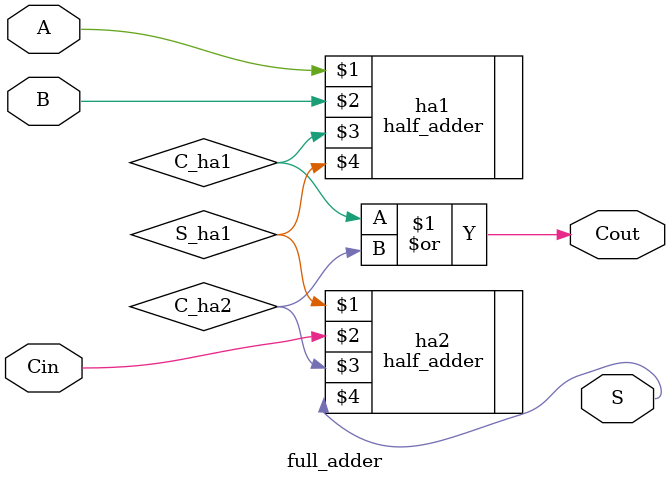
<source format=v>

module full_adder(
  input wire A,
  input wire B,
  input wire Cin,
  output wire Cout,
  output wire S
);

  wire C_ha1, S_ha1, C_ha2;

  // -------------------------------------------------------
  // 1st half adder generates interim output C_ha1, S_ha1
  // -------------------------------------------------------
  half_adder ha1(A, B, C_ha1, S_ha1);
  
  // -------------------------------------------------------
  // 2nd half adder generates S, and C_ha2
  // -------------------------------------------------------
  half_adder ha2(S_ha1, Cin, C_ha2, S);
  
  // -------------------------------------------------------
  // Finally the OR gate generates Cout from C_ha1 and C_ha2
  // -------------------------------------------------------
  or(Cout, C_ha1, C_ha2);
  
endmodule

</source>
